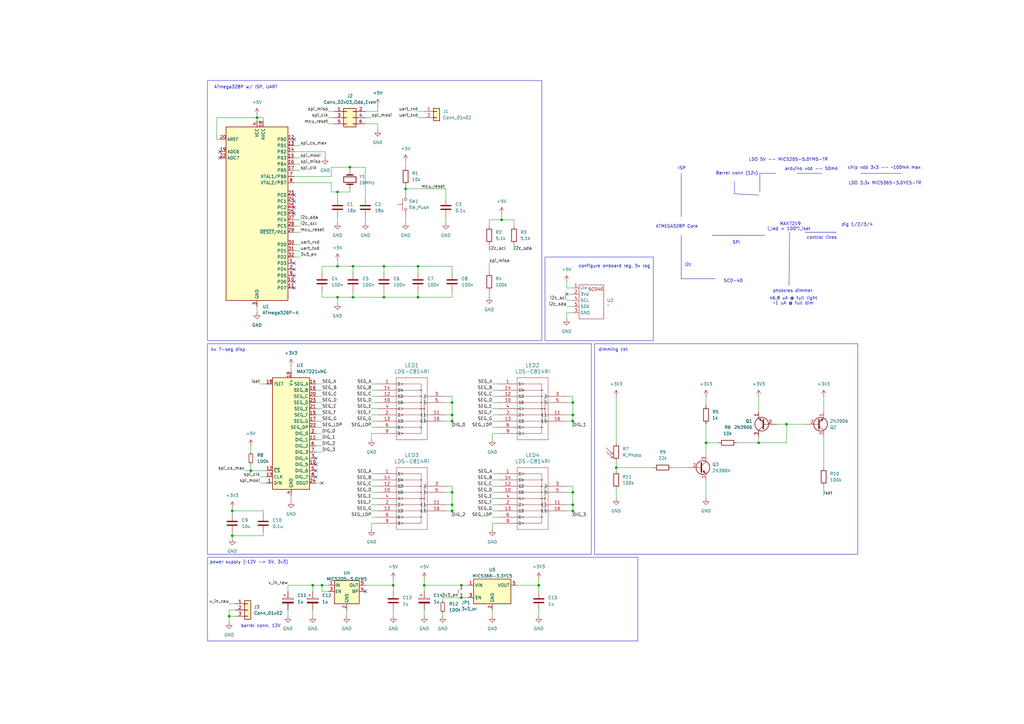
<source format=kicad_sch>
(kicad_sch (version 20250114) (generator "eeschema") (generator_version "9.0")
  (paper "A3")
  (rectangle (start 243.84 140.97) (end 351.79 227.33))
  (rectangle (start 85.09 228.6) (end 261.62 262.89))
  (rectangle (start 85.09 140.97) (end 242.57 227.33))
  (rectangle (start 223.52 105.41) (end 267.97 139.7))
  (rectangle (start 85.09 33.02) (end 222.25 139.7))
  (text "power supply (~12V -> 5V, 3v3)" (at 102.108 230.632 0) (effects (font (size 1.27 1.27))))
  (text "i_led = 100*i_iset" (at 323.596 93.98 0) (effects (font (size 1.27 1.27))))
  (text "I2c" (at 282.194 108.712 0) (effects (font (size 1.27 1.27))))
  (text "control lines" (at 337.058 97.536 0) (effects (font (size 1.27 1.27))))
  (text "4x 7-seg disp" (at 93.472 143.51 0) (effects (font (size 1.27 1.27))))
  (text "dig 1/2/3/4" (at 351.536 92.202 0) (effects (font (size 1.27 1.27))))
  (text "dimming ckt" (at 251.46 143.51 0) (effects (font (size 1.27 1.27))))
  (text "barrel conn, 12V" (at 106.934 256.794 0) (effects (font (size 1.27 1.27))))
  (text "LDO 3.3v MIC5365-3.0YC5-TR" (at 362.966 75.184 0) (effects (font (size 1.27 1.27))))
  (text "46.8 uA @ full light\n~1 uA @ full dim" (at 325.374 123.444 0) (effects (font (size 1.27 1.27))))
  (text "ATMEGA328P Core" (at 277.622 92.964 0) (effects (font (size 1.27 1.27))))
  (text "photores dimmer" (at 325.12 119.38 0) (effects (font (size 1.27 1.27))))
  (text "Barrel conn (12v)" (at 302.26 71.12 0) (effects (font (size 1.27 1.27))))
  (text "LDO 5V -- MIC5205-5.0YM5-TR" (at 323.342 65.532 0) (effects (font (size 1.27 1.27))))
  (text "configure onboard reg, 5v log" (at 251.968 109.22 0) (effects (font (size 1.27 1.27))))
  (text "SCD-40" (at 300.736 115.316 0) (effects (font (size 1.27 1.27))))
  (text "chip vdd 3v3 -- ~100mA max" (at 362.712 68.834 0) (effects (font (size 1.27 1.27))))
  (text "ATmega328P w/ ISP, UART" (at 100.838 35.814 0) (effects (font (size 1.27 1.27))))
  (text "MAX7219" (at 324.104 91.948 0) (effects (font (size 1.27 1.27))))
  (text "ISP" (at 279.654 69.088 0) (effects (font (size 1.27 1.27))))
  (text "SPI" (at 302.006 99.568 0) (effects (font (size 1.27 1.27))))
  (text "arduino vdd -- 50mA" (at 332.74 69.342 0) (effects (font (size 1.27 1.27))))
  (junction (at 128.27 240.03))
  (junction (at 132.08 240.03))
  (junction (at 138.43 78.74))
  (junction (at 185.42 165.1))
  (junction (at 157.48 109.22))
  (junction (at 105.41 48.26))
  (junction (at 189.23 245.11))
  (junction (at 234.95 165.1))
  (junction (at 144.78 109.22))
  (junction (at 138.43 121.92))
  (junction (at 161.29 240.03))
  (junction (at 144.78 121.92))
  (junction (at 93.98 252.73))
  (junction (at 171.45 121.92))
  (junction (at 234.95 172.72))
  (junction (at 166.37 77.47))
  (junction (at 311.15 181.61))
  (junction (at 171.45 109.22))
  (junction (at 185.42 201.93))
  (junction (at 173.99 240.03))
  (junction (at 289.56 181.61))
  (junction (at 185.42 209.55))
  (junction (at 189.23 240.03))
  (junction (at 234.95 201.93))
  (junction (at 95.25 219.71))
  (junction (at 234.95 209.55))
  (junction (at 234.95 170.18))
  (junction (at 252.73 191.77))
  (junction (at 185.42 207.01))
  (junction (at 143.51 68.58))
  (junction (at 157.48 121.92))
  (junction (at 95.25 209.55))
  (junction (at 185.42 170.18))
  (junction (at 138.43 109.22))
  (junction (at 205.74 90.17))
  (junction (at 102.87 193.04))
  (junction (at 185.42 172.72))
  (junction (at 220.98 240.03))
  (junction (at 234.95 207.01))
  (junction (at 322.58 173.99))
  (no_connect (at 120.65 80.01))
  (no_connect (at 129.54 190.5))
  (no_connect (at 129.54 187.96))
  (no_connect (at 120.65 110.49))
  (no_connect (at 90.17 62.23))
  (no_connect (at 120.65 118.11))
  (no_connect (at 132.08 198.12))
  (no_connect (at 120.65 113.03))
  (no_connect (at 120.65 87.63))
  (no_connect (at 149.86 242.57))
  (no_connect (at 90.17 64.77))
  (no_connect (at 120.65 85.09))
  (no_connect (at 120.65 107.95))
  (no_connect (at 120.65 115.57))
  (no_connect (at 120.65 82.55))
  (no_connect (at 232.41 120.65))
  (no_connect (at 129.54 195.58))
  (no_connect (at 120.65 57.15))
  (no_connect (at 129.54 193.04))
  (wire (pts (xy 161.29 240.03) (xy 149.86 240.03)))
  (wire (pts (xy 289.56 181.61) (xy 294.64 181.61)))
  (wire (pts (xy 152.4 175.26) (xy 154.94 175.26)))
  (wire (pts (xy 201.93 209.55) (xy 204.47 209.55)))
  (wire (pts (xy 201.93 160.02) (xy 204.47 160.02)))
  (wire (pts (xy 152.4 207.01) (xy 154.94 207.01)))
  (wire (pts (xy 88.9 57.15) (xy 88.9 48.26)))
  (wire (pts (xy 152.4 165.1) (xy 154.94 165.1)))
  (wire (pts (xy 149.86 68.58) (xy 143.51 68.58)))
  (wire (pts (xy 120.65 92.71) (xy 123.19 92.71)))
  (wire (pts (xy 152.4 199.39) (xy 154.94 199.39)))
  (wire (pts (xy 138.43 121.92) (xy 144.78 121.92)))
  (wire (pts (xy 322.58 181.61) (xy 322.58 173.99)))
  (wire (pts (xy 161.29 250.19) (xy 161.29 252.73)))
  (wire (pts (xy 161.29 240.03) (xy 161.29 242.57)))
  (wire (pts (xy 106.68 198.12) (xy 109.22 198.12)))
  (wire (pts (xy 152.4 214.63) (xy 154.94 214.63)))
  (wire (pts (xy 252.73 191.77) (xy 252.73 193.04)))
  (wire (pts (xy 134.62 45.72) (xy 137.16 45.72)))
  (wire (pts (xy 95.25 218.44) (xy 95.25 219.71)))
  (wire (pts (xy 232.41 115.57) (xy 232.41 118.11)))
  (wire (pts (xy 181.61 246.38) (xy 181.61 245.11)))
  (wire (pts (xy 144.78 119.38) (xy 144.78 121.92)))
  (wire (pts (xy 106.68 157.48) (xy 109.22 157.48)))
  (wire (pts (xy 105.41 125.73) (xy 105.41 128.27)))
  (wire (pts (xy 118.11 240.03) (xy 128.27 240.03)))
  (wire (pts (xy 134.62 242.57) (xy 132.08 242.57)))
  (wire (pts (xy 311.15 162.56) (xy 311.15 168.91)))
  (polyline (pts (xy 301.244 79.502) (xy 311.15 80.01)))
  (wire (pts (xy 189.23 240.03) (xy 191.77 240.03)))
  (wire (pts (xy 95.25 209.55) (xy 95.25 210.82)))
  (wire (pts (xy 152.4 177.8) (xy 152.4 180.34)))
  (wire (pts (xy 120.65 105.41) (xy 123.19 105.41)))
  (wire (pts (xy 128.27 240.03) (xy 128.27 242.57)))
  (wire (pts (xy 201.93 199.39) (xy 204.47 199.39)))
  (wire (pts (xy 234.95 207.01) (xy 234.95 209.55)))
  (wire (pts (xy 143.51 77.47) (xy 143.51 78.74)))
  (wire (pts (xy 102.87 182.88) (xy 102.87 185.42)))
  (wire (pts (xy 157.48 109.22) (xy 157.48 111.76)))
  (wire (pts (xy 157.48 109.22) (xy 171.45 109.22)))
  (wire (pts (xy 152.4 160.02) (xy 154.94 160.02)))
  (wire (pts (xy 232.41 118.11) (xy 234.95 118.11)))
  (wire (pts (xy 96.52 250.19) (xy 93.98 250.19)))
  (wire (pts (xy 232.41 172.72) (xy 234.95 172.72)))
  (polyline (pts (xy 292.1 96.52) (xy 313.69 96.52)))
  (wire (pts (xy 132.08 109.22) (xy 138.43 109.22)))
  (wire (pts (xy 252.73 189.23) (xy 252.73 191.77)))
  (wire (pts (xy 232.41 209.55) (xy 234.95 209.55)))
  (wire (pts (xy 181.61 251.46) (xy 181.61 252.73)))
  (wire (pts (xy 234.95 165.1) (xy 234.95 170.18)))
  (wire (pts (xy 234.95 201.93) (xy 234.95 207.01)))
  (wire (pts (xy 185.42 172.72) (xy 185.42 175.26)))
  (wire (pts (xy 185.42 119.38) (xy 185.42 121.92)))
  (polyline (pts (xy 279.4 96.52) (xy 279.4 114.3)))
  (wire (pts (xy 144.78 121.92) (xy 157.48 121.92)))
  (wire (pts (xy 138.43 121.92) (xy 138.43 124.46)))
  (polyline (pts (xy 353.06 71.12) (xy 369.57 71.12)))
  (wire (pts (xy 157.48 121.92) (xy 171.45 121.92)))
  (wire (pts (xy 154.94 50.8) (xy 154.94 53.34)))
  (wire (pts (xy 152.4 194.31) (xy 154.94 194.31)))
  (wire (pts (xy 129.54 177.8) (xy 132.08 177.8)))
  (wire (pts (xy 205.74 87.63) (xy 205.74 90.17)))
  (wire (pts (xy 205.74 90.17) (xy 200.66 90.17)))
  (wire (pts (xy 152.4 209.55) (xy 154.94 209.55)))
  (wire (pts (xy 182.88 88.9) (xy 182.88 91.44)))
  (wire (pts (xy 289.56 181.61) (xy 289.56 186.69)))
  (wire (pts (xy 138.43 109.22) (xy 144.78 109.22)))
  (wire (pts (xy 120.65 74.93) (xy 135.89 74.93)))
  (wire (pts (xy 138.43 88.9) (xy 138.43 91.44)))
  (wire (pts (xy 134.62 50.8) (xy 137.16 50.8)))
  (wire (pts (xy 93.98 247.65) (xy 96.52 247.65)))
  (wire (pts (xy 100.33 193.04) (xy 102.87 193.04)))
  (wire (pts (xy 182.88 77.47) (xy 182.88 81.28)))
  (wire (pts (xy 120.65 95.25) (xy 123.19 95.25)))
  (wire (pts (xy 129.54 185.42) (xy 132.08 185.42)))
  (wire (pts (xy 191.77 245.11) (xy 189.23 245.11)))
  (wire (pts (xy 311.15 181.61) (xy 322.58 181.61)))
  (wire (pts (xy 138.43 78.74) (xy 138.43 81.28)))
  (polyline (pts (xy 323.85 95.25) (xy 323.596 117.094)))
  (wire (pts (xy 185.42 199.39) (xy 185.42 201.93)))
  (wire (pts (xy 129.54 162.56) (xy 132.08 162.56)))
  (polyline (pts (xy 326.898 71.12) (xy 337.058 71.12)))
  (wire (pts (xy 149.86 50.8) (xy 154.94 50.8)))
  (wire (pts (xy 106.68 195.58) (xy 109.22 195.58)))
  (wire (pts (xy 234.95 199.39) (xy 234.95 201.93)))
  (wire (pts (xy 182.88 165.1) (xy 185.42 165.1)))
  (wire (pts (xy 118.11 250.19) (xy 118.11 252.73)))
  (wire (pts (xy 171.45 45.72) (xy 173.99 45.72)))
  (wire (pts (xy 107.95 48.26) (xy 107.95 49.53)))
  (wire (pts (xy 133.35 62.23) (xy 133.35 64.77)))
  (wire (pts (xy 210.82 90.17) (xy 205.74 90.17)))
  (wire (pts (xy 181.61 245.11) (xy 189.23 245.11)))
  (wire (pts (xy 337.82 162.56) (xy 337.82 168.91)))
  (wire (pts (xy 120.65 100.33) (xy 123.19 100.33)))
  (wire (pts (xy 182.88 162.56) (xy 185.42 162.56)))
  (wire (pts (xy 201.93 177.8) (xy 204.47 177.8)))
  (wire (pts (xy 166.37 77.47) (xy 182.88 77.47)))
  (wire (pts (xy 232.41 123.19) (xy 234.95 123.19)))
  (wire (pts (xy 149.86 48.26) (xy 152.4 48.26)))
  (wire (pts (xy 102.87 190.5) (xy 102.87 193.04)))
  (wire (pts (xy 318.77 173.99) (xy 322.58 173.99)))
  (wire (pts (xy 129.54 175.26) (xy 132.08 175.26)))
  (wire (pts (xy 201.93 167.64) (xy 204.47 167.64)))
  (wire (pts (xy 201.93 214.63) (xy 204.47 214.63)))
  (polyline (pts (xy 279.4 71.12) (xy 279.4 88.9)))
  (wire (pts (xy 138.43 78.74) (xy 135.89 78.74)))
  (wire (pts (xy 171.45 48.26) (xy 173.99 48.26)))
  (wire (pts (xy 311.15 179.07) (xy 311.15 181.61)))
  (wire (pts (xy 134.62 48.26) (xy 137.16 48.26)))
  (wire (pts (xy 232.41 165.1) (xy 234.95 165.1)))
  (wire (pts (xy 152.4 177.8) (xy 154.94 177.8)))
  (wire (pts (xy 185.42 162.56) (xy 185.42 165.1)))
  (wire (pts (xy 129.54 167.64) (xy 132.08 167.64)))
  (wire (pts (xy 201.93 162.56) (xy 204.47 162.56)))
  (polyline (pts (xy 341.63 95.25) (xy 342.9 95.25)))
  (wire (pts (xy 129.54 170.18) (xy 132.08 170.18)))
  (wire (pts (xy 232.41 125.73) (xy 234.95 125.73)))
  (wire (pts (xy 129.54 157.48) (xy 132.08 157.48)))
  (wire (pts (xy 120.65 90.17) (xy 123.19 90.17)))
  (wire (pts (xy 95.25 219.71) (xy 95.25 220.98)))
  (wire (pts (xy 234.95 172.72) (xy 234.95 175.26)))
  (wire (pts (xy 200.66 90.17) (xy 200.66 92.71)))
  (wire (pts (xy 275.59 191.77) (xy 281.94 191.77)))
  (wire (pts (xy 182.88 172.72) (xy 185.42 172.72)))
  (wire (pts (xy 129.54 180.34) (xy 132.08 180.34)))
  (wire (pts (xy 166.37 66.04) (xy 166.37 68.58)))
  (wire (pts (xy 154.94 43.18) (xy 154.94 45.72)))
  (wire (pts (xy 201.93 214.63) (xy 201.93 217.17)))
  (wire (pts (xy 129.54 172.72) (xy 132.08 172.72)))
  (wire (pts (xy 232.41 207.01) (xy 234.95 207.01)))
  (wire (pts (xy 185.42 109.22) (xy 185.42 111.76)))
  (wire (pts (xy 182.88 199.39) (xy 185.42 199.39)))
  (polyline (pts (xy 301.244 74.422) (xy 301.244 79.502)))
  (wire (pts (xy 337.82 179.07) (xy 337.82 191.77)))
  (wire (pts (xy 212.09 240.03) (xy 220.98 240.03)))
  (wire (pts (xy 93.98 252.73) (xy 93.98 255.27)))
  (polyline (pts (xy 279.4 114.3) (xy 293.37 114.3)))
  (wire (pts (xy 120.65 102.87) (xy 123.19 102.87)))
  (wire (pts (xy 135.89 78.74) (xy 135.89 74.93)))
  (wire (pts (xy 201.93 194.31) (xy 204.47 194.31)))
  (wire (pts (xy 152.4 162.56) (xy 154.94 162.56)))
  (wire (pts (xy 118.11 242.57) (xy 118.11 240.03)))
  (wire (pts (xy 182.88 209.55) (xy 185.42 209.55)))
  (wire (pts (xy 129.54 165.1) (xy 132.08 165.1)))
  (wire (pts (xy 142.24 250.19) (xy 142.24 252.73)))
  (wire (pts (xy 201.93 170.18) (xy 204.47 170.18)))
  (wire (pts (xy 185.42 165.1) (xy 185.42 170.18)))
  (wire (pts (xy 234.95 209.55) (xy 234.95 212.09)))
  (wire (pts (xy 105.41 48.26) (xy 107.95 48.26)))
  (wire (pts (xy 201.93 207.01) (xy 204.47 207.01)))
  (wire (pts (xy 132.08 242.57) (xy 132.08 240.03)))
  (wire (pts (xy 201.93 172.72) (xy 204.47 172.72)))
  (wire (pts (xy 166.37 77.47) (xy 166.37 78.74)))
  (wire (pts (xy 232.41 199.39) (xy 234.95 199.39)))
  (wire (pts (xy 166.37 76.2) (xy 166.37 77.47)))
  (wire (pts (xy 210.82 92.71) (xy 210.82 90.17)))
  (wire (pts (xy 182.88 201.93) (xy 185.42 201.93)))
  (wire (pts (xy 138.43 106.68) (xy 138.43 109.22)))
  (wire (pts (xy 143.51 68.58) (xy 143.51 69.85)))
  (wire (pts (xy 232.41 170.18) (xy 234.95 170.18)))
  (wire (pts (xy 152.4 201.93) (xy 154.94 201.93)))
  (wire (pts (xy 95.25 219.71) (xy 107.95 219.71)))
  (wire (pts (xy 210.82 100.33) (xy 210.82 102.87)))
  (wire (pts (xy 232.41 162.56) (xy 234.95 162.56)))
  (wire (pts (xy 252.73 162.56) (xy 252.73 181.61)))
  (wire (pts (xy 144.78 109.22) (xy 157.48 109.22)))
  (wire (pts (xy 132.08 240.03) (xy 134.62 240.03)))
  (wire (pts (xy 201.93 165.1) (xy 204.47 165.1)))
  (wire (pts (xy 120.65 67.31) (xy 123.19 67.31)))
  (wire (pts (xy 120.65 62.23) (xy 133.35 62.23)))
  (wire (pts (xy 157.48 119.38) (xy 157.48 121.92)))
  (wire (pts (xy 171.45 109.22) (xy 171.45 111.76)))
  (wire (pts (xy 173.99 242.57) (xy 173.99 240.03)))
  (wire (pts (xy 232.41 120.65) (xy 234.95 120.65)))
  (polyline (pts (xy 330.2 95.25) (xy 342.9 95.25)))
  (wire (pts (xy 149.86 45.72) (xy 154.94 45.72)))
  (wire (pts (xy 220.98 237.49) (xy 220.98 240.03)))
  (wire (pts (xy 289.56 196.85) (xy 289.56 204.47)))
  (wire (pts (xy 201.93 212.09) (xy 204.47 212.09)))
  (wire (pts (xy 182.88 170.18) (xy 185.42 170.18)))
  (wire (pts (xy 232.41 128.27) (xy 234.95 128.27)))
  (wire (pts (xy 95.25 208.28) (xy 95.25 209.55)))
  (wire (pts (xy 105.41 46.99) (xy 105.41 48.26)))
  (wire (pts (xy 135.89 68.58) (xy 143.51 68.58)))
  (wire (pts (xy 185.42 170.18) (xy 185.42 172.72)))
  (wire (pts (xy 119.38 149.86) (xy 119.38 152.4)))
  (wire (pts (xy 144.78 109.22) (xy 144.78 111.76)))
  (wire (pts (xy 128.27 250.19) (xy 128.27 252.73)))
  (wire (pts (xy 128.27 240.03) (xy 132.08 240.03)))
  (wire (pts (xy 201.93 175.26) (xy 204.47 175.26)))
  (wire (pts (xy 93.98 250.19) (xy 93.98 252.73)))
  (wire (pts (xy 95.25 209.55) (xy 107.95 209.55)))
  (wire (pts (xy 173.99 240.03) (xy 189.23 240.03)))
  (wire (pts (xy 129.54 198.12) (xy 132.08 198.12)))
  (wire (pts (xy 201.93 204.47) (xy 204.47 204.47)))
  (wire (pts (xy 132.08 111.76) (xy 132.08 109.22)))
  (wire (pts (xy 152.4 212.09) (xy 154.94 212.09)))
  (wire (pts (xy 220.98 250.19) (xy 220.98 252.73)))
  (wire (pts (xy 161.29 237.49) (xy 161.29 240.03)))
  (wire (pts (xy 166.37 88.9) (xy 166.37 91.44)))
  (wire (pts (xy 234.95 162.56) (xy 234.95 165.1)))
  (wire (pts (xy 129.54 160.02) (xy 132.08 160.02)))
  (wire (pts (xy 152.4 214.63) (xy 152.4 217.17)))
  (wire (pts (xy 107.95 218.44) (xy 107.95 219.71)))
  (wire (pts (xy 289.56 162.56) (xy 289.56 166.37)))
  (wire (pts (xy 289.56 173.99) (xy 289.56 181.61)))
  (wire (pts (xy 302.26 181.61) (xy 311.15 181.61)))
  (wire (pts (xy 201.93 157.48) (xy 204.47 157.48)))
  (wire (pts (xy 107.95 210.82) (xy 107.95 209.55)))
  (wire (pts (xy 200.66 119.38) (xy 200.66 121.92)))
  (wire (pts (xy 132.08 121.92) (xy 138.43 121.92)))
  (wire (pts (xy 173.99 237.49) (xy 173.99 240.03)))
  (wire (pts (xy 102.87 193.04) (xy 109.22 193.04)))
  (wire (pts (xy 88.9 48.26) (xy 105.41 48.26)))
  (wire (pts (xy 149.86 68.58) (xy 149.86 81.28)))
  (wire (pts (xy 252.73 191.77) (xy 267.97 191.77)))
  (wire (pts (xy 90.17 57.15) (xy 88.9 57.15)))
  (wire (pts (xy 171.45 121.92) (xy 185.42 121.92)))
  (wire (pts (xy 149.86 88.9) (xy 149.86 91.44)))
  (wire (pts (xy 201.93 250.19) (xy 201.93 252.73)))
  (wire (pts (xy 152.4 204.47) (xy 154.94 204.47)))
  (polyline (pts (xy 311.658 78.74) (xy 311.658 71.12)))
  (wire (pts (xy 120.65 64.77) (xy 123.19 64.77)))
  (wire (pts (xy 135.89 72.39) (xy 135.89 68.58)))
  (wire (pts (xy 201.93 177.8) (xy 201.93 180.34)))
  (wire (pts (xy 120.65 59.69) (xy 123.19 59.69)))
  (wire (pts (xy 119.38 203.2) (xy 119.38 205.74)))
  (wire (pts (xy 152.4 167.64) (xy 154.94 167.64)))
  (wire (pts (xy 182.88 207.01) (xy 185.42 207.01)))
  (wire (pts (xy 120.65 72.39) (xy 135.89 72.39)))
  (wire (pts (xy 185.42 207.01) (xy 185.42 209.55)))
  (wire (pts (xy 152.4 157.48) (xy 154.94 157.48)))
  (wire (pts (xy 129.54 182.88) (xy 132.08 182.88)))
  (wire (pts (xy 185.42 201.93) (xy 185.42 207.01)))
  (wire (pts (xy 93.98 252.73) (xy 96.52 252.73)))
  (wire (pts (xy 143.51 78.74) (xy 138.43 78.74)))
  (wire (pts (xy 120.65 69.85) (xy 123.19 69.85)))
  (wire (pts (xy 200.66 107.95) (xy 200.66 111.76)))
  (wire (pts (xy 171.45 119.38) (xy 171.45 121.92)))
  (wire (pts (xy 200.66 100.33) (xy 200.66 102.87)))
  (wire (pts (xy 322.58 173.99) (xy 330.2 173.99)))
  (wire (pts (xy 220.98 240.03) (xy 220.98 242.57)))
  (wire (pts (xy 132.08 119.38) (xy 132.08 121.92)))
  (wire (pts (xy 105.41 48.26) (xy 105.41 49.53)))
  (wire (pts (xy 173.99 250.19) (xy 173.99 252.73)))
  (wire (pts (xy 185.42 209.55) (xy 185.42 212.09)))
  (wire (pts (xy 252.73 200.66) (xy 252.73 204.47)))
  (wire (pts (xy 201.93 201.93) (xy 204.47 201.93)))
  (wire (pts (xy 171.45 109.22) (xy 185.42 109.22)))
  (wire (pts (xy 337.82 199.39) (xy 337.82 203.2)))
  (wire (pts (xy 152.4 196.85) (xy 154.94 196.85)))
  (wire (pts (xy 201.93 196.85) (xy 204.47 196.85)))
  (polyline (pts (xy 311.658 71.12) (xy 318.008 71.12)))
  (wire (pts (xy 232.41 128.27) (xy 232.41 130.81)))
  (wire (pts (xy 234.95 170.18) (xy 234.95 172.72)))
  (wire (pts (xy 152.4 172.72) (xy 154.94 172.72)))
  (wire (pts (xy 152.4 170.18) (xy 154.94 170.18)))
  (wire (pts (xy 232.41 201.93) (xy 234.95 201.93)))
  (label "SEG_B" (at 201.93 196.85 180))
  (label "v_in_raw" (at 118.11 240.03 180))
  (label "spi_miso" (at 200.66 107.95 0))
  (label "i2c_sda" (at 123.19 90.17 0))
  (label "SEG_A" (at 152.4 157.48 180))
  (label "SEG_E" (at 201.93 167.64 180))
  (label "SEG_D" (at 132.08 165.1 0))
  (label "DIG_3" (at 234.95 212.09 0))
  (label "SEG_B" (at 152.4 160.02 180))
  (label "SEG_B" (at 132.08 160.02 0))
  (label "SEG_E" (at 201.93 204.47 180))
  (label "SEG_A" (at 132.08 157.48 0))
  (label "uart_txd" (at 123.19 102.87 0))
  (label "3v3_en" (at 123.19 105.41 0))
  (label "SEG_G" (at 152.4 172.72 180))
  (label "spi_cs_max" (at 100.33 193.04 180))
  (label "iset" (at 337.82 203.2 0))
  (label "DIG_3" (at 132.08 185.42 0))
  (label "SEG_LDP" (at 201.93 175.26 180))
  (label "SEG_F" (at 152.4 207.01 180))
  (label "SEG_D" (at 152.4 201.93 180))
  (label "mcu_reset" (at 123.19 95.25 0))
  (label "SEG_F" (at 152.4 170.18 180))
  (label "spi_miso" (at 134.62 45.72 180))
  (label "SEG_G" (at 201.93 209.55 180))
  (label "SEG_E" (at 152.4 204.47 180))
  (label "SEG_C" (at 132.08 162.56 0))
  (label "uart_txd" (at 171.45 48.26 180))
  (label "mcu_reset" (at 172.72 77.47 0))
  (label "i2c_scl" (at 200.66 102.87 0))
  (label "uart_rxd" (at 123.19 100.33 0))
  (label "spi_cs_max" (at 123.19 59.69 0))
  (label "3v3_en" (at 187.96 245.11 180))
  (label "iset" (at 106.68 157.48 180))
  (label "SEG_LDP" (at 152.4 212.09 180))
  (label "i2c_sda" (at 210.82 102.87 0))
  (label "SEG_LDP" (at 201.93 212.09 180))
  (label "DIG_1" (at 132.08 180.34 0))
  (label "SEG_D" (at 152.4 165.1 180))
  (label "spi_mosi" (at 106.68 198.12 180))
  (label "SEG_D" (at 201.93 165.1 180))
  (label "SEG_F" (at 201.93 207.01 180))
  (label "DIG_2" (at 132.08 182.88 0))
  (label "SEG_G" (at 132.08 172.72 0))
  (label "SEG_LDP" (at 152.4 175.26 180))
  (label "SEG_B" (at 201.93 160.02 180))
  (label "SEG_C" (at 201.93 199.39 180))
  (label "spi_mosi" (at 123.19 64.77 0))
  (label "spi_clk" (at 106.68 195.58 180))
  (label "SEG_F" (at 201.93 170.18 180))
  (label "uart_rxd" (at 171.45 45.72 180))
  (label "SEG_E" (at 152.4 167.64 180))
  (label "DIG_2" (at 185.42 212.09 0))
  (label "DIG_0" (at 185.42 175.26 0))
  (label "i2c_sda" (at 232.41 125.73 180))
  (label "SEG_C" (at 152.4 199.39 180))
  (label "spi_mosi" (at 152.4 48.26 0))
  (label "SEG_C" (at 201.93 162.56 180))
  (label "DIG_1" (at 234.95 175.26 0))
  (label "SEG_G" (at 201.93 172.72 180))
  (label "SEG_F" (at 132.08 170.18 0))
  (label "SEG_LDP" (at 132.08 175.26 0))
  (label "SEG_D" (at 201.93 201.93 180))
  (label "spi_clk" (at 123.19 69.85 0))
  (label "SEG_A" (at 152.4 194.31 180))
  (label "SEG_A" (at 201.93 194.31 180))
  (label "SEG_G" (at 152.4 209.55 180))
  (label "spi_clk" (at 134.62 48.26 180))
  (label "v_in_raw" (at 93.98 247.65 180))
  (label "mcu_reset" (at 134.62 50.8 180))
  (label "SEG_A" (at 201.93 157.48 180))
  (label "DIG_0" (at 132.08 177.8 0))
  (label "i2c_scl" (at 232.41 123.19 180))
  (label "spi_miso" (at 123.19 67.31 0))
  (label "i2c_scl" (at 123.19 92.71 0))
  (label "SEG_E" (at 132.08 167.64 0))
  (label "SEG_B" (at 152.4 196.85 180))
  (label "SEG_C" (at 152.4 162.56 180))
  (symbol (lib_id "power:+3V3") (at 252.73 162.56 0) (unit 1)
    (property "Reference" "#PWR018" (effects (hide yes)))
    (property "Value" "+3V3" (at 252.73 157.48 0))
    (property "Description" "Power symbol creates a global label with name \"+3V3\"" (effects (hide yes)))
  )
  (symbol (lib_id "Device:Crystal") (at 143.51 73.66 90) (unit 1)
    (property "Reference" "Y1" (at 147.32 72.3899 90) (effects (justify right)))
    (property "Value" "16MHz" (at 147.32 74.9299 90) (effects (justify right)))
    (property "Footprint" "inv_footprints:XTAL_ECS-160-18-23A-EN-TR" (effects (hide yes)))
    (property "Description" "Two pin crystal" (effects (hide yes)))
    (property "stock_idx" "00028 " (effects (hide yes)))
    (property "Digikey" "https://www.digikey.com/en/products/detail/ecs-inc/ECS-160-18-23A-EN-TR/2213741" (effects (hide yes)))
  )
  (symbol (lib_id "power:GND") (at 93.98 255.27 0) (unit 1)
    (property "Reference" "#PWR043" (effects (hide yes)))
    (property "Value" "GND" (at 93.98 260.35 0))
    (property "Description" "Power symbol creates a global label with name \"GND\" , ground" (effects (hide yes)))
  )
  (symbol (lib_id "power:+3V3") (at 95.25 208.28 0) (unit 1)
    (property "Reference" "#PWR028" (effects (hide yes)))
    (property "Value" "+3V3" (at 95.25 203.2 0))
    (property "Description" "Power symbol creates a global label with name \"+3V3\"" (effects (hide yes)))
  )
  (symbol (lib_id "power:GND") (at 201.93 180.34 0) (unit 1)
    (property "Reference" "#PWR023" (effects (hide yes)))
    (property "Value" "GND" (at 201.93 185.42 0))
    (property "Description" "Power symbol creates a global label with name \"GND\" , ground" (effects (hide yes)))
  )
  (symbol (lib_id "inv_symbols:LDS-C814RI") (at 154.94 157.48 0) (unit 1)
    (property "Reference" "LED1" (at 168.91 149.86 0) (effects (font (size 1.524 1.524))))
    (property "Value" "LDS-C814RI" (at 168.91 152.4 0) (effects (font (size 1.524 1.524))))
    (property "Footprint" "inv_footprints:LDS-C814RI_LUM" (effects (hide yes)))
    (property "Datasheet" "LDS-C814RI" (effects (hide yes)))
    (property "stock_idx" "00050 " (effects (hide yes)))
    (property "Digikey" "https://www.digikey.com/en/products/detail/lumex-opto-components-inc/LDS-C814RI/252593" (effects (hide yes)))
  )
  (symbol (lib_id "Device:R") (at 298.45 181.61 90) (unit 1)
    (property "Reference" "R6" (at 298.45 175.26 90))
    (property "Value" "10k" (at 298.45 177.8 90))
    (property "Footprint" "Resistor_SMD:R_0805_2012Metric_Pad1.20x1.40mm_HandSolder" (effects (hide yes)))
    (property "Description" "Resistor" (effects (hide yes)))
    (property "stock_idx" "00051 " (effects (hide yes)))
    (property "Digikey" "https://www.digikey.com/en/products/detail/yageo/RC0805FR-0710KL/727535" (effects (hide yes)))
  )
  (symbol (lib_id "power:+5V") (at 102.87 182.88 0) (unit 1)
    (property "Reference" "#PWR024" (effects (hide yes)))
    (property "Value" "+5V" (at 102.87 177.8 0))
    (property "Description" "Power symbol creates a global label with name \"+5V\"" (effects (hide yes)))
  )
  (symbol (lib_id "Connector_Generic:Conn_01x02") (at 179.07 45.72 0) (unit 1)
    (property "Reference" "J1" (at 181.61 45.7199 0) (effects (justify left)))
    (property "Value" "Conn_01x02" (at 181.61 48.2599 0) (effects (justify left)))
    (property "Footprint" "Connector_PinHeader_2.54mm:PinHeader_1x02_P2.54mm_Vertical" (effects (hide yes)))
    (property "Description" "Generic connector, single row, 01x02, script generated (kicad-library-utils/schlib/autogen/connector/)" (effects (hide yes)))
    (property "stock_idx" "1" (effects (hide yes)))
  )
  (symbol (lib_id "Connector_Generic:Conn_01x03") (at 101.6 250.19 0) (unit 1)
    (property "Reference" "J3" (at 104.14 248.9199 0) (effects (justify left)))
    (property "Value" "Conn_01x02" (at 104.14 251.4599 0) (effects (justify left)))
    (property "Footprint" "inv_footprints:MPD_EJ508A" (effects (hide yes)))
    (property "Description" "Generic connector, single row, 01x03, script generated (kicad-library-utils/schlib/autogen/connector/)" (effects (hide yes)))
    (property "stock_idx" "00069 " (effects (hide yes)))
    (property "Digikey" "https://www.digikey.com/en/products/detail/mpd-memory-protection-devices/EJ508A/2439547" (effects (hide yes)))
  )
  (symbol (lib_id "power:+5V") (at 105.41 46.99 0) (unit 1)
    (property "Reference" "#PWR02" (effects (hide yes)))
    (property "Value" "+5V" (at 105.41 41.91 0))
    (property "Description" "Power symbol creates a global label with name \"+5V\"" (effects (hide yes)))
  )
  (symbol (lib_id "Switch:SW_Push") (at 166.37 83.82 90) (unit 1)
    (property "Reference" "SW1" (at 167.64 82.5499 90) (effects (justify right)))
    (property "Value" "SW_Push" (at 167.64 85.0899 90) (effects (justify right)))
    (property "Footprint" "inv_footprints:SKQGADE010" (effects (hide yes)))
    (property "Description" "Push button switch, generic, two pins" (effects (hide yes)))
    (property "stock_idx" "00044 " (effects (hide yes)))
    (property "Digikey" "https://www.digikey.com/en/products/detail/c-k/RS-187R05A2-DS-MT-RT/2747186" (effects (hide yes)))
  )
  (symbol (lib_id "power:+3V3") (at 289.56 162.56 0) (unit 1)
    (property "Reference" "#PWR019" (effects (hide yes)))
    (property "Value" "+3V3" (at 289.56 157.48 0))
    (property "Description" "Power symbol creates a global label with name \"+3V3\"" (effects (hide yes)))
  )
  (symbol (lib_id "power:+5V") (at 166.37 66.04 0) (unit 1)
    (property "Reference" "#PWR05" (effects (hide yes)))
    (property "Value" "+5V" (at 166.37 60.96 0))
    (property "Description" "Power symbol creates a global label with name \"+5V\"" (effects (hide yes)))
  )
  (symbol (lib_id "Device:R") (at 289.56 170.18 0) (unit 1)
    (property "Reference" "R5" (at 292.1 168.9099 0) (effects (justify left)))
    (property "Value" "1k" (at 292.1 171.4499 0) (effects (justify left)))
    (property "Footprint" "Resistor_SMD:R_0805_2012Metric_Pad1.20x1.40mm_HandSolder" (effects (hide yes)))
    (property "Description" "Resistor" (effects (hide yes)))
    (property "stock_idx" "00056 " (effects (hide yes)))
    (property "Digikey" "https://www.digikey.com/en/products/detail/yageo/RC0805FR-071KL/727444" (effects (hide yes)))
  )
  (symbol (lib_id "Regulator_Linear:MIC5366-3.3YC5") (at 201.93 242.57 0) (unit 1)
    (property "Reference" "U5" (at 201.93 233.68 0))
    (property "Value" "MIC5366-3.3YC5" (at 201.93 236.22 0))
    (property "Footprint" "Package_TO_SOT_SMD:SOT-353_SC-70-5" (effects (hide yes)))
    (property "Datasheet" "http://ww1.microchip.com/downloads/en/DeviceDoc/mic5365.pdf" (effects (hide yes)))
    (property "Description" "150mA Low-dropout Voltage Regulator, Vout 3.3V, Output discharge circuit, Vin up to 5.5V, SC-70-5" (effects (hide yes)))
    (property "stock_idx" "00067 " (effects (hide yes)))
    (property "Digikey" "https://www.digikey.com/en/products/detail/microchip-technology/MIC5366-3-3YC5-TR/1868116 " (effects (hide yes)))
  )
  (symbol (lib_id "Device:C") (at 132.08 115.57 0) (unit 1)
    (property "Reference" "C4" (at 135.89 114.2999 0) (effects (justify left)))
    (property "Value" "100n" (at 135.89 116.8399 0) (effects (justify left)))
    (property "Footprint" "Capacitor_SMD:C_0805_2012Metric_Pad1.18x1.45mm_HandSolder" (effects (hide yes)))
    (property "Description" "Unpolarized capacitor" (effects (hide yes)))
    (property "stock_idx" "00011 " (effects (hide yes)))
    (property "Digikey" "https://www.digikey.com/en/products/detail/samsung-electro-mechanics/CL21B104KBCNFNC/3888102" (effects (hide yes)))
  )
  (symbol (lib_id "power:GND") (at 181.61 252.73 0) (unit 1)
    (property "Reference" "#PWR040" (effects (hide yes)))
    (property "Value" "GND" (at 181.61 257.81 0))
    (property "Description" "Power symbol creates a global label with name \"GND\" , ground" (effects (hide yes)))
  )
  (symbol (lib_id "power:GND") (at 142.24 252.73 0) (unit 1)
    (property "Reference" "#PWR037" (effects (hide yes)))
    (property "Value" "GND" (at 142.24 257.81 0))
    (property "Description" "Power symbol creates a global label with name \"GND\" , ground" (effects (hide yes)))
  )
  (symbol (lib_id "Device:C") (at 107.95 214.63 0) (unit 1)
    (property "Reference" "C10" (at 111.76 213.3599 0) (effects (justify left)))
    (property "Value" "0.1u" (at 111.76 215.8999 0) (effects (justify left)))
    (property "Footprint" "Capacitor_SMD:C_0805_2012Metric_Pad1.18x1.45mm_HandSolder" (effects (hide yes)))
    (property "Description" "Unpolarized capacitor" (effects (hide yes)))
    (property "stock_idx" "00002 " (effects (hide yes)))
    (property "Digikey" "https://www.digikey.com/en/products/detail/yageo/CC0805KRX7R9BB104/302874" (effects (hide yes)))
  )
  (symbol (lib_id "Regulator_Linear:MIC5205-5.0YM5") (at 142.24 242.57 0) (unit 1)
    (property "Reference" "U4" (at 142.24 234.95 0))
    (property "Value" "MIC5205-5.0YM5" (at 142.24 237.49 0))
    (property "Footprint" "Package_TO_SOT_SMD:SOT-23-5" (effects (hide yes)))
    (property "Datasheet" "http://ww1.microchip.com/downloads/en/DeviceDoc/20005785A.pdf" (effects (hide yes)))
    (property "Description" "150mA low dropout linear regulator, fixed 5.0V output, SOT-23-5" (effects (hide yes)))
    (property "stock_idx" "00066 " (effects (hide yes)))
    (property "Digikey" "https://www.digikey.com/en/products/detail/microchip-technology/MIC5205-5-0YM5-TR/771730 " (effects (hide yes)))
  )
  (symbol (lib_id "power:GND") (at 252.73 204.47 0) (unit 1)
    (property "Reference" "#PWR025" (effects (hide yes)))
    (property "Value" "GND" (at 252.73 209.55 0))
    (property "Description" "Power symbol creates a global label with name \"GND\" , ground" (effects (hide yes)))
  )
  (symbol (lib_id "power:GND") (at 138.43 91.44 0) (unit 1)
    (property "Reference" "#PWR07" (effects (hide yes)))
    (property "Value" "GND" (at 138.43 96.52 0))
    (property "Description" "Power symbol creates a global label with name \"GND\" , ground" (effects (hide yes)))
  )
  (symbol (lib_id "Device:C") (at 161.29 246.38 0) (unit 1)
    (property "Reference" "C13" (at 165.1 245.1099 0) (effects (justify left)))
    (property "Value" "1u" (at 165.1 247.6499 0) (effects (justify left)))
    (property "Footprint" "Capacitor_SMD:C_0805_2012Metric_Pad1.18x1.45mm_HandSolder" (effects (hide yes)))
    (property "Description" "Unpolarized capacitor" (effects (hide yes)))
    (property "stock_idx" "00004 " (effects (hide yes)))
    (property "Digikey" "https://www.digikey.com/en/products/detail/samsung-electro-mechanics/CL21B105KAFNNNE/3886724 " (effects (hide yes)))
  )
  (symbol (lib_id "Device:R") (at 271.78 191.77 90) (unit 1)
    (property "Reference" "R9" (at 271.78 185.42 90))
    (property "Value" "22k" (at 271.78 187.96 90))
    (property "Footprint" "Resistor_SMD:R_0805_2012Metric_Pad1.20x1.40mm_HandSolder" (effects (hide yes)))
    (property "Description" "Resistor" (effects (hide yes)))
    (property "stock_idx" "00065 " (effects (hide yes)))
    (property "Digikey" "https://www.digikey.com/en/products/detail/stackpole-electronics-inc/RMCF0805FT22K1/1760211" (effects (hide yes)))
  )
  (symbol (lib_id "Device:C") (at 157.48 115.57 0) (unit 1)
    (property "Reference" "C6" (at 161.29 114.2999 0) (effects (justify left)))
    (property "Value" "100n" (at 161.29 116.8399 0) (effects (justify left)))
    (property "Footprint" "Capacitor_SMD:C_0805_2012Metric_Pad1.18x1.45mm_HandSolder" (effects (hide yes)))
    (property "Description" "Unpolarized capacitor" (effects (hide yes)))
    (property "stock_idx" "00011 " (effects (hide yes)))
    (property "Digikey" "https://www.digikey.com/en/products/detail/samsung-electro-mechanics/CL21B104KBCNFNC/3888102" (effects (hide yes)))
  )
  (symbol (lib_id "Device:R") (at 337.82 195.58 0) (unit 1)
    (property "Reference" "R10" (at 340.36 194.3099 0) (effects (justify left)))
    (property "Value" "100k" (at 340.36 196.8499 0) (effects (justify left)))
    (property "Footprint" "Resistor_SMD:R_0805_2012Metric_Pad1.20x1.40mm_HandSolder" (effects (hide yes)))
    (property "Description" "Resistor" (effects (hide yes)))
    (property "stock_idx" "00054 " (effects (hide yes)))
    (property "Digikey" "https://www.digikey.com/en/products/detail/yageo/RC0805FR-07100KL/727544" (effects (hide yes)))
  )
  (symbol (lib_id "power:+5V") (at 205.74 87.63 0) (unit 1)
    (property "Reference" "#PWR06" (effects (hide yes)))
    (property "Value" "+5V" (at 205.74 82.55 0))
    (property "Description" "Power symbol creates a global label with name \"+5V\"" (effects (hide yes)))
  )
  (symbol (lib_id "Device:R_Small") (at 181.61 248.92 0) (unit 1)
    (property "Reference" "R12" (at 184.15 247.6499 0) (effects (justify left)))
    (property "Value" "100k" (at 184.15 250.1899 0) (effects (justify left)))
    (property "Footprint" "Resistor_SMD:R_0805_2012Metric_Pad1.20x1.40mm_HandSolder" (effects (hide yes)))
    (property "Description" "Resistor, small symbol" (effects (hide yes)))
    (property "stock_idx" "00054 " (effects (hide yes)))
    (property "Digikey" "https://www.digikey.com/en/products/detail/yageo/RC0805FR-07100KL/727544" (effects (hide yes)))
  )
  (symbol (lib_id "power:GND") (at 201.93 252.73 0) (unit 1)
    (property "Reference" "#PWR041" (effects (hide yes)))
    (property "Value" "GND" (at 201.93 257.81 0))
    (property "Description" "Power symbol creates a global label with name \"GND\" , ground" (effects (hide yes)))
  )
  (symbol (lib_id "inv_symbols:LDS-C814RI") (at 204.47 157.48 0) (unit 1)
    (property "Reference" "LED2" (at 218.44 149.86 0) (effects (font (size 1.524 1.524))))
    (property "Value" "LDS-C814RI" (at 218.44 152.4 0) (effects (font (size 1.524 1.524))))
    (property "Footprint" "inv_footprints:LDS-C814RI_LUM" (effects (hide yes)))
    (property "Datasheet" "LDS-C814RI" (effects (hide yes)))
    (property "stock_idx" "00050 " (effects (hide yes)))
    (property "Digikey" "https://www.digikey.com/en/products/detail/lumex-opto-components-inc/LDS-C814RI/252593" (effects (hide yes)))
  )
  (symbol (lib_id "power:GND") (at 95.25 220.98 0) (unit 1)
    (property "Reference" "#PWR031" (effects (hide yes)))
    (property "Value" "GND" (at 95.25 226.06 0))
    (property "Description" "Power symbol creates a global label with name \"GND\" , ground" (effects (hide yes)))
  )
  (symbol (lib_id "Device:C_Polarized") (at 173.99 246.38 0) (unit 1)
    (property "Reference" "C14" (at 177.8 244.2209 0) (effects (justify left)))
    (property "Value" "1u" (at 177.8 246.7609 0) (effects (justify left)))
    (property "Footprint" "Capacitor_SMD:C_0805_2012Metric_Pad1.18x1.45mm_HandSolder" (effects (hide yes)))
    (property "Description" "Polarized capacitor" (effects (hide yes)))
    (property "stock_idx" "00068 " (effects (hide yes)))
    (property "Digikey" "https://www.digikey.com/en/products/detail/kyocera-avx/F921A105MPA/4005075 " (effects (hide yes)))
  )
  (symbol (lib_id "power:GND") (at 201.93 217.17 0) (unit 1)
    (property "Reference" "#PWR030" (effects (hide yes)))
    (property "Value" "GND" (at 201.93 222.25 0))
    (property "Description" "Power symbol creates a global label with name \"GND\" , ground" (effects (hide yes)))
  )
  (symbol (lib_id "Device:R_Small") (at 102.87 187.96 0) (unit 1)
    (property "Reference" "R8" (at 105.41 186.6899 0) (effects (justify left)))
    (property "Value" "100k" (at 105.41 189.2299 0) (effects (justify left)))
    (property "Footprint" "Resistor_SMD:R_0805_2012Metric_Pad1.20x1.40mm_HandSolder" (effects (hide yes)))
    (property "Description" "Resistor, small symbol" (effects (hide yes)))
    (property "stock_idx" "00054 " (effects (hide yes)))
    (property "Digikey" "https://www.digikey.com/en/products/detail/yageo/RC0805FR-07100KL/727544" (effects (hide yes)))
  )
  (symbol (lib_id "Driver_LED:MAX7221xNG") (at 119.38 177.8 0) (unit 1)
    (property "Reference" "U3" (at 121.5741 149.86 0) (effects (justify left)))
    (property "Value" "MAX7221xNG" (at 121.5741 152.4 0) (effects (justify left)))
    (property "Footprint" "Package_DIP:DIP-24_W7.62mm_Socket" (effects (hide yes)))
    (property "Datasheet" "https://datasheets.maximintegrated.com/en/ds/MAX7219-MAX7221.pdf" (effects (hide yes)))
    (property "Description" "Serially Interfaced, 8-Digit LED Display Driver, PDIP-24" (effects (hide yes)))
    (property "stock_idx" "00039 " (effects (hide yes)))
    (property "Digikey" "https://www.digikey.com/en/products/detail/analog-devices-inc-maxim-integrated/MAX7219ENG/774127" (effects (hide yes)))
  )
  (symbol (lib_id "power:+5V") (at 232.41 115.57 0) (unit 1)
    (property "Reference" "#PWR012" (effects (hide yes)))
    (property "Value" "+5V" (at 232.41 110.49 0))
    (property "Description" "Power symbol creates a global label with name \"+5V\"" (effects (hide yes)))
  )
  (symbol (lib_id "power:GND") (at 128.27 252.73 0) (unit 1)
    (property "Reference" "#PWR036" (effects (hide yes)))
    (property "Value" "GND" (at 128.27 257.81 0))
    (property "Description" "Power symbol creates a global label with name \"GND\" , ground" (effects (hide yes)))
  )
  (symbol (lib_id "Device:R") (at 252.73 196.85 0) (unit 1)
    (property "Reference" "R11" (at 255.27 195.5799 0) (effects (justify left)))
    (property "Value" "100k" (at 255.27 198.1199 0) (effects (justify left)))
    (property "Footprint" "Resistor_SMD:R_0805_2012Metric_Pad1.20x1.40mm_HandSolder" (effects (hide yes)))
    (property "Description" "Resistor" (effects (hide yes)))
    (property "stock_idx" "00054 " (effects (hide yes)))
    (property "Digikey" "https://www.digikey.com/en/products/detail/yageo/RC0805FR-07100KL/727544" (effects (hide yes)))
  )
  (symbol (lib_id "Transistor_BJT:2N3906") (at 335.28 173.99 0) (mirror x) (unit 1)
    (property "Reference" "Q2" (at 340.36 175.2601 0) (effects (justify left)))
    (property "Value" "2N3906" (at 340.36 172.7201 0) (effects (justify left)))
    (property "Footprint" "Package_TO_SOT_THT:TO-92_Inline" (effects (hide yes)))
    (property "Datasheet" "https://www.onsemi.com/pub/Collateral/2N3906-D.PDF" (effects (hide yes)))
    (property "Description" "-0.2A Ic, -40V Vce, Small Signal PNP Transistor, TO-92" (effects (hide yes)))
    (property "stock_idx" "00040 " (effects (hide yes)))
    (property "Digikey" "https://www.digikey.com/en/products/detail/onsemi/2N3906BU/1414" (effects (hide yes)))
  )
  (symbol (lib_id "power:GND") (at 152.4 217.17 0) (unit 1)
    (property "Reference" "#PWR029" (effects (hide yes)))
    (property "Value" "GND" (at 152.4 222.25 0))
    (property "Description" "Power symbol creates a global label with name \"GND\" , ground" (effects (hide yes)))
  )
  (symbol (lib_id "power:GND") (at 173.99 252.73 0) (unit 1)
    (property "Reference" "#PWR039" (effects (hide yes)))
    (property "Value" "GND" (at 173.99 257.81 0))
    (property "Description" "Power symbol creates a global label with name \"GND\" , ground" (effects (hide yes)))
  )
  (symbol (lib_id "Device:C") (at 144.78 115.57 0) (unit 1)
    (property "Reference" "C5" (at 148.59 114.2999 0) (effects (justify left)))
    (property "Value" "100n" (at 148.59 116.8399 0) (effects (justify left)))
    (property "Footprint" "Capacitor_SMD:C_0805_2012Metric_Pad1.18x1.45mm_HandSolder" (effects (hide yes)))
    (property "Description" "Unpolarized capacitor" (effects (hide yes)))
    (property "stock_idx" "00011 " (effects (hide yes)))
    (property "Digikey" "https://www.digikey.com/en/products/detail/samsung-electro-mechanics/CL21B104KBCNFNC/3888102" (effects (hide yes)))
  )
  (symbol (lib_id "power:+5V") (at 173.99 237.49 0) (unit 1)
    (property "Reference" "#PWR033" (effects (hide yes)))
    (property "Value" "+5V" (at 173.99 232.41 0))
    (property "Description" "Power symbol creates a global label with name \"+5V\"" (effects (hide yes)))
  )
  (symbol (lib_id "Device:R_Photo") (at 252.73 185.42 0) (unit 1)
    (property "Reference" "R7" (at 255.27 184.1499 0) (effects (justify left)))
    (property "Value" "R_Photo" (at 255.27 186.6899 0) (effects (justify left)))
    (property "Footprint" "OptoDevice:R_LDR_5.1x4.3mm_P3.4mm_Vertical" (effects (hide yes)))
    (property "Description" "Photoresistor" (effects (hide yes)))
    (property "stock_idx" "00038 " (effects (hide yes)))
    (property "Digikey" "https://www.digikey.com/en/products/detail/advanced-photonix/PDV-P9008/480625" (effects (hide yes)))
  )
  (symbol (lib_id "power:+5V") (at 154.94 43.18 0) (unit 1)
    (property "Reference" "#PWR01" (effects (hide yes)))
    (property "Value" "+5V" (at 154.94 38.1 0))
    (property "Description" "Power symbol creates a global label with name \"+5V\"" (effects (hide yes)))
  )
  (symbol (lib_id "Transistor_BJT:2N3904") (at 287.02 191.77 0) (unit 1)
    (property "Reference" "Q3" (at 292.1 190.4999 0) (effects (justify left)))
    (property "Value" "2N3904" (at 292.1 193.0399 0) (effects (justify left)))
    (property "Footprint" "Package_TO_SOT_THT:TO-92_Inline" (effects (hide yes)))
    (property "Datasheet" "https://www.onsemi.com/pub/Collateral/2N3903-D.PDF" (effects (hide yes)))
    (property "Description" "0.2A Ic, 40V Vce, Small Signal NPN Transistor, TO-92" (effects (hide yes)))
    (property "stock_idx" "00036 " (effects (hide yes)))
    (property "Digikey" "https://www.digikey.com/en/products/detail/onsemi/2N3904BU/1413" (effects (hide yes)))
  )
  (symbol (lib_id "power:GND") (at 152.4 180.34 0) (unit 1)
    (property "Reference" "#PWR022" (effects (hide yes)))
    (property "Value" "GND" (at 152.4 185.42 0))
    (property "Description" "Power symbol creates a global label with name \"GND\" , ground" (effects (hide yes)))
  )
  (symbol (lib_id "inv_symbols:LDS-C814RI") (at 154.94 194.31 0) (unit 1)
    (property "Reference" "LED3" (at 168.91 186.69 0) (effects (font (size 1.524 1.524))))
    (property "Value" "LDS-C814RI" (at 168.91 189.23 0) (effects (font (size 1.524 1.524))))
    (property "Footprint" "inv_footprints:LDS-C814RI_LUM" (effects (hide yes)))
    (property "Datasheet" "LDS-C814RI" (effects (hide yes)))
    (property "stock_idx" "00050 " (effects (hide yes)))
    (property "Digikey" "https://www.digikey.com/en/products/detail/lumex-opto-components-inc/LDS-C814RI/252593" (effects (hide yes)))
  )
  (symbol (lib_id "power:GND") (at 119.38 205.74 0) (unit 1)
    (property "Reference" "#PWR027" (effects (hide yes)))
    (property "Value" "GND" (at 119.38 210.82 0))
    (property "Description" "Power symbol creates a global label with name \"GND\" , ground" (effects (hide yes)))
  )
  (symbol (lib_id "power:GND") (at 149.86 91.44 0) (unit 1)
    (property "Reference" "#PWR08" (effects (hide yes)))
    (property "Value" "GND" (at 149.86 96.52 0))
    (property "Description" "Power symbol creates a global label with name \"GND\" , ground" (effects (hide yes)))
  )
  (symbol (lib_id "power:+5V") (at 138.43 106.68 0) (unit 1)
    (property "Reference" "#PWR011" (effects (hide yes)))
    (property "Value" "+5V" (at 138.43 101.6 0))
    (property "Description" "Power symbol creates a global label with name \"+5V\"" (effects (hide yes)))
  )
  (symbol (lib_id "Device:C_Polarized") (at 118.11 246.38 0) (unit 1)
    (property "Reference" "C11" (at 121.92 244.2209 0) (effects (justify left)))
    (property "Value" "1u" (at 121.92 246.7609 0) (effects (justify left)))
    (property "Footprint" "Capacitor_SMD:C_0805_2012Metric_Pad1.18x1.45mm_HandSolder" (effects (hide yes)))
    (property "Description" "Polarized capacitor" (effects (hide yes)))
    (property "stock_idx" "00068 " (effects (hide yes)))
    (property "Digikey" "https://www.digikey.com/en/products/detail/kyocera-avx/F921A105MPA/4005075 " (effects (hide yes)))
  )
  (symbol (lib_id "Device:C_Polarized") (at 128.27 246.38 0) (unit 1)
    (property "Reference" "C12" (at 132.08 244.2209 0) (effects (justify left)))
    (property "Value" "1u" (at 132.08 246.7609 0) (effects (justify left)))
    (property "Footprint" "Capacitor_SMD:C_0805_2012Metric_Pad1.18x1.45mm_HandSolder" (effects (hide yes)))
    (property "Description" "Polarized capacitor" (effects (hide yes)))
    (property "stock_idx" "00068 " (effects (hide yes)))
    (property "Digikey" "https://www.digikey.com/en/products/detail/kyocera-avx/F921A105MPA/4005075 " (effects (hide yes)))
  )
  (symbol (lib_id "power:GND") (at 232.41 130.81 0) (unit 1)
    (property "Reference" "#PWR016" (effects (hide yes)))
    (property "Value" "GND" (at 232.41 135.89 0))
    (property "Description" "Power symbol creates a global label with name \"GND\" , ground" (effects (hide yes)))
  )
  (symbol (lib_id "inv_symbols:SCD-40_Stemma") (at 242.57 115.57 0) (unit 1)
    (property "Reference" "U2" (at 248.92 123.1899 0) (effects (justify left)))
    (property "Value" "~" (at 248.92 125.095 0) (effects (justify left)))
    (property "Footprint" "inv_footprints:scd_40" (effects (hide yes)))
    (property "stock_idx" "00034 " (effects (hide yes)))
    (property "Digikey" "https://www.digikey.com/en/products/detail/adafruit-industries-llc/5187/15194668" (effects (hide yes)))
  )
  (symbol (lib_id "Device:R") (at 166.37 72.39 0) (unit 1)
    (property "Reference" "R1" (at 168.91 71.1199 0) (effects (justify left)))
    (property "Value" "10k" (at 168.91 73.6599 0) (effects (justify left)))
    (property "Footprint" "Resistor_SMD:R_0805_2012Metric_Pad1.20x1.40mm_HandSolder" (effects (hide yes)))
    (property "Description" "Resistor" (effects (hide yes)))
    (property "stock_idx" "00051 " (effects (hide yes)))
    (property "Digikey" "https://www.digikey.com/en/products/detail/yageo/RC0805FR-0710KL/727535" (effects (hide yes)))
  )
  (symbol (lib_id "power:GND") (at 118.11 252.73 0) (unit 1)
    (property "Reference" "#PWR035" (effects (hide yes)))
    (property "Value" "GND" (at 118.11 257.81 0))
    (property "Description" "Power symbol creates a global label with name \"GND\" , ground" (effects (hide yes)))
  )
  (symbol (lib_id "power:GND") (at 220.98 252.73 0) (unit 1)
    (property "Reference" "#PWR042" (effects (hide yes)))
    (property "Value" "GND" (at 220.98 257.81 0))
    (property "Description" "Power symbol creates a global label with name \"GND\" , ground" (effects (hide yes)))
  )
  (symbol (lib_id "power:GND") (at 105.41 128.27 0) (unit 1)
    (property "Reference" "#PWR015" (effects (hide yes)))
    (property "Value" "GND" (at 105.41 133.35 0))
    (property "Description" "Power symbol creates a global label with name \"GND\" , ground" (effects (hide yes)))
  )
  (symbol (lib_id "Jumper:Jumper_2_Small_Open") (at 189.23 242.57 90) (unit 1) (exclude_from_sim yes)
    (property "Reference" "JP1" (at 189.23 247.142 90) (effects (justify right)))
    (property "Value" "3v3_or" (at 189.23 249.682 90) (effects (justify right)))
    (property "Footprint" "Jumper:SolderJumper-2_P1.3mm_Open_Pad1.0x1.5mm" (effects (hide yes)))
    (property "Description" "Jumper, 2-pole, small symbol, open" (effects (hide yes)))
    (property "stock_idx" "1" (effects (hide yes)))
  )
  (symbol (lib_id "power:GND") (at 166.37 91.44 0) (unit 1)
    (property "Reference" "#PWR09" (effects (hide yes)))
    (property "Value" "GND" (at 166.37 96.52 0))
    (property "Description" "Power symbol creates a global label with name \"GND\" , ground" (effects (hide yes)))
  )
  (symbol (lib_id "power:GND") (at 161.29 252.73 0) (unit 1)
    (property "Reference" "#PWR038" (effects (hide yes)))
    (property "Value" "GND" (at 161.29 257.81 0))
    (property "Description" "Power symbol creates a global label with name \"GND\" , ground" (effects (hide yes)))
  )
  (symbol (lib_id "Device:R") (at 200.66 115.57 0) (unit 1)
    (property "Reference" "R4" (at 203.2 114.2999 0) (effects (justify left)))
    (property "Value" "100k" (at 203.2 116.8399 0) (effects (justify left)))
    (property "Footprint" "Resistor_SMD:R_0805_2012Metric_Pad1.20x1.40mm_HandSolder" (effects (hide yes)))
    (property "Description" "Resistor" (effects (hide yes)))
    (property "stock_idx" "00054 " (effects (hide yes)))
    (property "Digikey" "https://www.digikey.com/en/products/detail/yageo/RC0805FR-07100KL/727544" (effects (hide yes)))
  )
  (symbol (lib_id "Device:C") (at 182.88 85.09 0) (unit 1)
    (property "Reference" "C3" (at 186.69 83.8199 0) (effects (justify left)))
    (property "Value" "0.1u" (at 186.69 86.3599 0) (effects (justify left)))
    (property "Footprint" "Capacitor_SMD:C_0805_2012Metric_Pad1.18x1.45mm_HandSolder" (effects (hide yes)))
    (property "Description" "Unpolarized capacitor" (effects (hide yes)))
    (property "stock_idx" "00002 " (effects (hide yes)))
    (property "Digikey" "https://www.digikey.com/en/products/detail/yageo/CC0805KRX7R9BB104/302874" (effects (hide yes)))
  )
  (symbol (lib_id "Device:R") (at 210.82 96.52 0) (unit 1)
    (property "Reference" "R3" (at 213.36 95.2499 0) (effects (justify left)))
    (property "Value" "5.1k" (at 213.36 97.7899 0) (effects (justify left)))
    (property "Footprint" "Resistor_SMD:R_0805_2012Metric_Pad1.20x1.40mm_HandSolder" (effects (hide yes)))
    (property "Description" "Resistor" (effects (hide yes)))
    (property "stock_idx" "00060 " (effects (hide yes)))
    (property "Digikey" "https://www.digikey.com/en/products/detail/panasonic-electronic-components/ERJ-6GEYJ512V/46122" (effects (hide yes)))
  )
  (symbol (lib_id "inv_symbols:LDS-C814RI") (at 204.47 194.31 0) (unit 1)
    (property "Reference" "LED4" (at 218.44 186.69 0) (effects (font (size 1.524 1.524))))
    (property "Value" "LDS-C814RI" (at 218.44 189.23 0) (effects (font (size 1.524 1.524))))
    (property "Footprint" "inv_footprints:LDS-C814RI_LUM" (effects (hide yes)))
    (property "Datasheet" "LDS-C814RI" (effects (hide yes)))
    (property "stock_idx" "00050 " (effects (hide yes)))
    (property "Digikey" "https://www.digikey.com/en/products/detail/lumex-opto-components-inc/LDS-C814RI/252593" (effects (hide yes)))
  )
  (symbol (lib_id "power:GND") (at 154.94 53.34 0) (unit 1)
    (property "Reference" "#PWR03" (effects (hide yes)))
    (property "Value" "GND" (at 154.94 58.42 0))
    (property "Description" "Power symbol creates a global label with name \"GND\" , ground" (effects (hide yes)))
  )
  (symbol (lib_id "power:GND") (at 289.56 204.47 0) (unit 1)
    (property "Reference" "#PWR026" (effects (hide yes)))
    (property "Value" "GND" (at 289.56 209.55 0))
    (property "Description" "Power symbol creates a global label with name \"GND\" , ground" (effects (hide yes)))
  )
  (symbol (lib_id "power:+3V3") (at 337.82 162.56 0) (unit 1)
    (property "Reference" "#PWR021" (effects (hide yes)))
    (property "Value" "+3V3" (at 337.82 157.48 0))
    (property "Description" "Power symbol creates a global label with name \"+3V3\"" (effects (hide yes)))
  )
  (symbol (lib_id "Device:C") (at 171.45 115.57 0) (unit 1)
    (property "Reference" "C7" (at 175.26 114.2999 0) (effects (justify left)))
    (property "Value" "100n" (at 175.26 116.8399 0) (effects (justify left)))
    (property "Footprint" "Capacitor_SMD:C_0805_2012Metric_Pad1.18x1.45mm_HandSolder" (effects (hide yes)))
    (property "Description" "Unpolarized capacitor" (effects (hide yes)))
    (property "stock_idx" "00011 " (effects (hide yes)))
    (property "Digikey" "https://www.digikey.com/en/products/detail/samsung-electro-mechanics/CL21B104KBCNFNC/3888102" (effects (hide yes)))
  )
  (symbol (lib_id "power:GND") (at 133.35 64.77 0) (unit 1)
    (property "Reference" "#PWR04" (effects (hide yes)))
    (property "Value" "GND" (at 133.35 69.85 0))
    (property "Description" "Power symbol creates a global label with name \"GND\" , ground" (effects (hide yes)))
  )
  (symbol (lib_id "Device:C") (at 220.98 246.38 0) (unit 1)
    (property "Reference" "C15" (at 224.79 245.1099 0) (effects (justify left)))
    (property "Value" "1u" (at 224.79 247.6499 0) (effects (justify left)))
    (property "Footprint" "Capacitor_SMD:C_0805_2012Metric_Pad1.18x1.45mm_HandSolder" (effects (hide yes)))
    (property "Description" "Unpolarized capacitor" (effects (hide yes)))
    (property "stock_idx" "00004 " (effects (hide yes)))
    (property "Digikey" "https://www.digikey.com/en/products/detail/samsung-electro-mechanics/CL21B105KAFNNNE/3886724 " (effects (hide yes)))
  )
  (symbol (lib_id "power:+5V") (at 161.29 237.49 0) (unit 1)
    (property "Reference" "#PWR032" (effects (hide yes)))
    (property "Value" "+5V" (at 161.29 232.41 0))
    (property "Description" "Power symbol creates a global label with name \"+5V\"" (effects (hide yes)))
  )
  (symbol (lib_id "power:+3V3") (at 220.98 237.49 0) (unit 1)
    (property "Reference" "#PWR034" (effects (hide yes)))
    (property "Value" "+3V3" (at 220.98 232.41 0))
    (property "Description" "Power symbol creates a global label with name \"+3V3\"" (effects (hide yes)))
  )
  (symbol (lib_id "power:GND") (at 200.66 121.92 0) (unit 1)
    (property "Reference" "#PWR013" (effects (hide yes)))
    (property "Value" "GND" (at 200.66 127 0))
    (property "Description" "Power symbol creates a global label with name \"GND\" , ground" (effects (hide yes)))
  )
  (symbol (lib_id "Transistor_BJT:2N3906") (at 313.69 173.99 180) (unit 1)
    (property "Reference" "Q1" (at 308.61 172.7199 0) (effects (justify left)))
    (property "Value" "2N3906" (at 308.61 175.2599 0) (effects (justify left)))
    (property "Footprint" "Package_TO_SOT_THT:TO-92_Inline" (effects (hide yes)))
    (property "Datasheet" "https://www.onsemi.com/pub/Collateral/2N3906-D.PDF" (effects (hide yes)))
    (property "Description" "-0.2A Ic, -40V Vce, Small Signal PNP Transistor, TO-92" (effects (hide yes)))
    (property "stock_idx" "00040 " (effects (hide yes)))
    (property "Digikey" "https://www.digikey.com/en/products/detail/onsemi/2N3906BU/1414" (effects (hide yes)))
  )
  (symbol (lib_id "MCU_Microchip_ATmega:ATmega328P-A") (at 105.41 87.63 0) (unit 1)
    (property "Reference" "U1" (at 107.6041 125.73 0) (effects (justify left)))
    (property "Value" "ATmega328P-A" (at 107.6041 128.27 0) (effects (justify left)))
    (property "Footprint" "Package_QFP:TQFP-32_7x7mm_P0.8mm" (effects (hide yes)))
    (property "Datasheet" "http://ww1.microchip.com/downloads/en/DeviceDoc/ATmega328_P%20AVR%20MCU%20with%20picoPower%20Technology%20Data%20Sheet%2040001984A.pdf" (effects (hide yes)))
    (property "Description" "20MHz, 32kB Flash, 2kB SRAM, 1kB EEPROM, TQFP-32" (effects (hide yes)))
    (property "stock_idx" "00025 " (effects (hide yes)))
    (property "Digikey" "https://www.digikey.com/en/products/detail/microchip-technology/ATMEGA328P-AUR/2357086" (effects (hide yes)))
  )
  (symbol (lib_id "power:GND") (at 138.43 124.46 0) (unit 1)
    (property "Reference" "#PWR014" (effects (hide yes)))
    (property "Value" "GND" (at 138.43 129.54 0))
    (property "Description" "Power symbol creates a global label with name \"GND\" , ground" (effects (hide yes)))
  )
  (symbol (lib_id "Connector_Generic:Conn_02x03_Odd_Even") (at 142.24 48.26 0) (unit 1)
    (property "Reference" "J2" (at 143.51 39.37 0))
    (property "Value" "Conn_02x03_Odd_Even" (at 143.51 41.91 0))
    (property "Footprint" "Connector_PinHeader_2.54mm:PinHeader_2x03_P2.54mm_Vertical" (effects (hide yes)))
    (property "Description" "Generic connector, double row, 02x03, odd/even pin numbering scheme (row 1 odd numbers, row 2 even numbers), script generated (kicad-library-utils/schlib/autogen/connector/)" (effects (hide yes)))
    (property "stock_idx" "1" (effects (hide yes)))
  )
  (symbol (lib_id "Device:C") (at 95.25 214.63 0) (unit 1)
    (property "Reference" "C9" (at 99.06 213.3599 0) (effects (justify left)))
    (property "Value" "10u" (at 99.06 215.8999 0) (effects (justify left)))
    (property "Footprint" "Capacitor_SMD:C_0805_2012Metric_Pad1.18x1.45mm_HandSolder" (effects (hide yes)))
    (property "Description" "Unpolarized capacitor" (effects (hide yes)))
    (property "stock_idx" "00001 " (effects (hide yes)))
    (property "Digikey" "https://www.digikey.com/en/products/detail/samsung-electro-mechanics/CL21A106KOQNNNE/3886754 " (effects (hide yes)))
  )
  (symbol (lib_id "power:+3V3") (at 119.38 149.86 0) (unit 1)
    (property "Reference" "#PWR017" (effects (hide yes)))
    (property "Value" "+3V3" (at 119.38 144.78 0))
    (property "Description" "Power symbol creates a global label with name \"+3V3\"" (effects (hide yes)))
  )
  (symbol (lib_id "Device:C") (at 185.42 115.57 0) (unit 1)
    (property "Reference" "C8" (at 189.23 114.2999 0) (effects (justify left)))
    (property "Value" "100n" (at 189.23 116.8399 0) (effects (justify left)))
    (property "Footprint" "Capacitor_SMD:C_0805_2012Metric_Pad1.18x1.45mm_HandSolder" (effects (hide yes)))
    (property "Description" "Unpolarized capacitor" (effects (hide yes)))
    (property "stock_idx" "00011 " (effects (hide yes)))
    (property "Digikey" "https://www.digikey.com/en/products/detail/samsung-electro-mechanics/CL21B104KBCNFNC/3888102" (effects (hide yes)))
  )
  (symbol (lib_id "power:+3V3") (at 311.15 162.56 0) (unit 1)
    (property "Reference" "#PWR020" (effects (hide yes)))
    (property "Value" "+3V3" (at 311.15 157.48 0))
    (property "Description" "Power symbol creates a global label with name \"+3V3\"" (effects (hide yes)))
  )
  (symbol (lib_id "Device:C") (at 149.86 85.09 0) (unit 1)
    (property "Reference" "C2" (at 153.67 83.8199 0) (effects (justify left)))
    (property "Value" "18p" (at 153.67 86.3599 0) (effects (justify left)))
    (property "Footprint" "Capacitor_SMD:C_0805_2012Metric_Pad1.18x1.45mm_HandSolder" (effects (hide yes)))
    (property "Description" "Unpolarized capacitor" (effects (hide yes)))
    (property "stock_idx" "00064 " (effects (hide yes)))
    (property "Digikey" "https://www.digikey.com/en/products/detail/kemet/C0805C180M3HACTU/7949065" (effects (hide yes)))
  )
  (symbol (lib_id "power:GND") (at 182.88 91.44 0) (unit 1)
    (property "Reference" "#PWR010" (effects (hide yes)))
    (property "Value" "GND" (at 182.88 96.52 0))
    (property "Description" "Power symbol creates a global label with name \"GND\" , ground" (effects (hide yes)))
  )
  (symbol (lib_id "Device:R") (at 200.66 96.52 0) (unit 1)
    (property "Reference" "R2" (at 203.2 95.2499 0) (effects (justify left)))
    (property "Value" "5.1k" (at 203.2 97.7899 0) (effects (justify left)))
    (property "Footprint" "Resistor_SMD:R_0805_2012Metric_Pad1.20x1.40mm_HandSolder" (effects (hide yes)))
    (property "Description" "Resistor" (effects (hide yes)))
    (property "stock_idx" "00060 " (effects (hide yes)))
    (property "Digikey" "https://www.digikey.com/en/products/detail/panasonic-electronic-components/ERJ-6GEYJ512V/46122" (effects (hide yes)))
  )
  (symbol (lib_id "Device:C") (at 138.43 85.09 0) (unit 1)
    (property "Reference" "C1" (at 142.24 83.8199 0) (effects (justify left)))
    (property "Value" "18p" (at 142.24 86.3599 0) (effects (justify left)))
    (property "Footprint" "Capacitor_SMD:C_0805_2012Metric_Pad1.18x1.45mm_HandSolder" (effects (hide yes)))
    (property "Description" "Unpolarized capacitor" (effects (hide yes)))
    (property "stock_idx" "00064 " (effects (hide yes)))
    (property "Digikey" "https://www.digikey.com/en/products/detail/kemet/C0805C180M3HACTU/7949065" (effects (hide yes)))
  )
)
</source>
